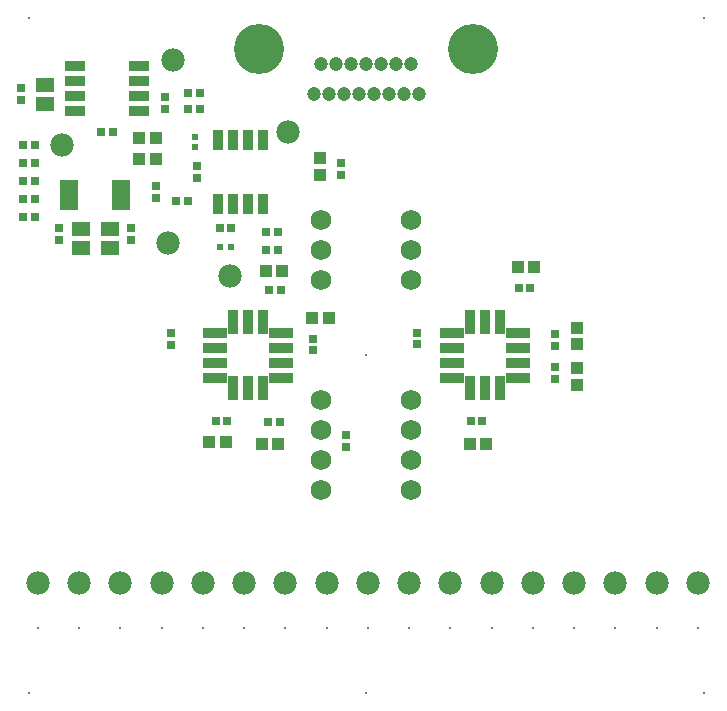
<source format=gts>
G04*
G04 #@! TF.GenerationSoftware,Altium Limited,Altium Designer,24.2.2 (26)*
G04*
G04 Layer_Color=8388736*
%FSLAX44Y44*%
%MOMM*%
G71*
G04*
G04 #@! TF.SameCoordinates,32683A2E-CEC5-46B4-BDA2-C12D6267EED3*
G04*
G04*
G04 #@! TF.FilePolarity,Negative*
G04*
G01*
G75*
%ADD24R,0.5725X0.6153*%
%ADD26R,0.6153X0.5725*%
%ADD27R,1.1032X1.0032*%
%ADD28R,0.7032X0.8032*%
%ADD29R,0.8532X1.7032*%
%ADD30R,1.6032X0.5032*%
%ADD31R,1.6332X1.1432*%
%ADD32R,0.8832X2.0032*%
%ADD33R,2.0032X0.8832*%
%ADD34R,1.0032X1.1032*%
%ADD35R,0.8032X0.7032*%
%ADD36R,1.7032X0.8532*%
%ADD37C,1.2032*%
%ADD38C,4.2382*%
%ADD39C,1.9812*%
%ADD40C,0.2032*%
%ADD41C,1.7272*%
D24*
X-144780Y184626D02*
D03*
Y176054D02*
D03*
D26*
X-123666Y91440D02*
D03*
X-115094D02*
D03*
D27*
X-39370Y167020D02*
D03*
Y153020D02*
D03*
X178308Y-10780D02*
D03*
Y-24780D02*
D03*
X178308Y9510D02*
D03*
Y23510D02*
D03*
D28*
X-21590Y162480D02*
D03*
Y152480D02*
D03*
X-292100Y215980D02*
D03*
Y225980D02*
D03*
X159258Y-10160D02*
D03*
Y-20160D02*
D03*
X159258Y7700D02*
D03*
Y17700D02*
D03*
X43180Y19224D02*
D03*
Y9224D02*
D03*
X-17018Y-77390D02*
D03*
Y-67390D02*
D03*
X-143510Y160020D02*
D03*
Y150020D02*
D03*
X-170180Y218360D02*
D03*
Y208360D02*
D03*
X-260350Y97870D02*
D03*
Y107870D02*
D03*
X-199390Y97870D02*
D03*
Y107870D02*
D03*
X-177800Y133430D02*
D03*
Y143430D02*
D03*
X-44958Y4144D02*
D03*
Y14144D02*
D03*
X-165608Y18890D02*
D03*
Y8890D02*
D03*
D29*
X-125730Y181940D02*
D03*
X-113030D02*
D03*
X-100330D02*
D03*
X-87630D02*
D03*
Y127940D02*
D03*
X-100330D02*
D03*
X-113030D02*
D03*
X-125730D02*
D03*
D30*
X-251870Y125890D02*
D03*
Y130890D02*
D03*
Y135890D02*
D03*
Y140890D02*
D03*
Y145890D02*
D03*
X-207870D02*
D03*
Y140890D02*
D03*
Y135890D02*
D03*
Y130890D02*
D03*
Y125890D02*
D03*
D31*
X-271780Y212780D02*
D03*
Y229180D02*
D03*
X-241300Y90860D02*
D03*
Y107260D02*
D03*
X-217170Y90860D02*
D03*
Y107260D02*
D03*
D32*
X87376Y28000D02*
D03*
X100076D02*
D03*
X112776D02*
D03*
Y-28000D02*
D03*
X100076D02*
D03*
X87376D02*
D03*
X-112776Y28000D02*
D03*
X-100076D02*
D03*
X-87376D02*
D03*
Y-28000D02*
D03*
X-100076D02*
D03*
X-112776D02*
D03*
D33*
X128076Y19050D02*
D03*
Y6350D02*
D03*
Y-6350D02*
D03*
Y-19050D02*
D03*
X72076D02*
D03*
Y-6350D02*
D03*
Y6350D02*
D03*
Y19050D02*
D03*
X-72076D02*
D03*
Y6350D02*
D03*
Y-6350D02*
D03*
Y-19050D02*
D03*
X-128076D02*
D03*
Y-6350D02*
D03*
Y6350D02*
D03*
Y19050D02*
D03*
D34*
X101488Y-74930D02*
D03*
X87488D02*
D03*
X142128Y74930D02*
D03*
X128128D02*
D03*
X-192420Y166370D02*
D03*
X-178420D02*
D03*
X-192420Y184150D02*
D03*
X-178420D02*
D03*
X-85486Y71374D02*
D03*
X-71486D02*
D03*
X-32116Y31750D02*
D03*
X-46116D02*
D03*
X-88788Y-74676D02*
D03*
X-74788D02*
D03*
X-118984Y-73660D02*
D03*
X-132984D02*
D03*
D35*
X98218Y-55880D02*
D03*
X88218D02*
D03*
X138858Y57150D02*
D03*
X128858D02*
D03*
X-141050Y222250D02*
D03*
X-151050D02*
D03*
X-151050Y208280D02*
D03*
X-141050D02*
D03*
X-224710Y189230D02*
D03*
X-214710D02*
D03*
X-290750Y177800D02*
D03*
X-280750D02*
D03*
X-290750Y162560D02*
D03*
X-280750D02*
D03*
X-290830Y147320D02*
D03*
X-280830D02*
D03*
X-290750Y132080D02*
D03*
X-280750D02*
D03*
X-290670Y116840D02*
D03*
X-280670D02*
D03*
X-161130Y130810D02*
D03*
X-151130D02*
D03*
X-124300Y107950D02*
D03*
X-114300D02*
D03*
X-75010Y104140D02*
D03*
X-85010D02*
D03*
X-75010Y88900D02*
D03*
X-85010D02*
D03*
X-82216Y55626D02*
D03*
X-72216D02*
D03*
X-82978Y-56388D02*
D03*
X-72978D02*
D03*
X-117682Y-55626D02*
D03*
X-127682D02*
D03*
D36*
X-192710Y245110D02*
D03*
Y232410D02*
D03*
Y219710D02*
D03*
Y207010D02*
D03*
X-246710D02*
D03*
Y219710D02*
D03*
Y232410D02*
D03*
Y245110D02*
D03*
D37*
X44196Y221234D02*
D03*
X31496D02*
D03*
X18796D02*
D03*
X6096D02*
D03*
X-6604D02*
D03*
X-19304D02*
D03*
X-32004D02*
D03*
X-44704D02*
D03*
X37846Y246634D02*
D03*
X25146D02*
D03*
X12446D02*
D03*
X-254D02*
D03*
X-12954D02*
D03*
X-25654D02*
D03*
X-38354D02*
D03*
D38*
X90546Y259334D02*
D03*
X-91054D02*
D03*
D39*
X-66040Y189230D02*
D03*
X-163830Y250190D02*
D03*
X-257810Y177800D02*
D03*
X-167640Y95250D02*
D03*
X-115570Y67310D02*
D03*
X245745Y-193040D02*
D03*
X-138430D02*
D03*
X36195D02*
D03*
X1270D02*
D03*
X-103505D02*
D03*
X-278130D02*
D03*
X-208280D02*
D03*
X210820D02*
D03*
X106045D02*
D03*
X140970D02*
D03*
X280670D02*
D03*
X71120D02*
D03*
X-33655D02*
D03*
X-68580D02*
D03*
X-173355D02*
D03*
X175895D02*
D03*
X-243205D02*
D03*
D40*
X245745Y-231140D02*
D03*
X-138430D02*
D03*
X36195D02*
D03*
X1270D02*
D03*
X-103505D02*
D03*
X-278130D02*
D03*
X-208280D02*
D03*
X210820D02*
D03*
X106045D02*
D03*
X140970D02*
D03*
X280670D02*
D03*
X71120D02*
D03*
X-33655D02*
D03*
X-68580D02*
D03*
X-173355D02*
D03*
X175895D02*
D03*
X-243205D02*
D03*
X285750Y285750D02*
D03*
X0Y-285750D02*
D03*
X285750D02*
D03*
X-285750D02*
D03*
X0Y0D02*
D03*
X-285750Y285750D02*
D03*
D41*
X-38100Y114300D02*
D03*
Y88900D02*
D03*
Y63500D02*
D03*
Y-38100D02*
D03*
Y-63500D02*
D03*
Y-88900D02*
D03*
Y-114300D02*
D03*
X38100D02*
D03*
Y-88900D02*
D03*
Y-63500D02*
D03*
Y-38100D02*
D03*
Y63500D02*
D03*
Y88900D02*
D03*
Y114300D02*
D03*
M02*

</source>
